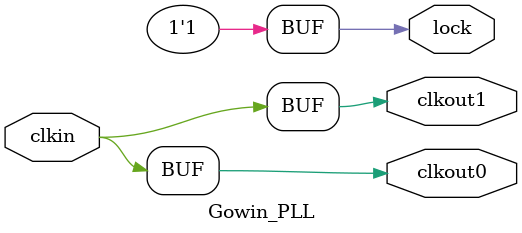
<source format=v>
module Gowin_PLL (
    input  wire clkin,
    output wire clkout0,
    output wire clkout1,
    output wire lock
);

    // Stub implementation
    assign clkout0 = clkin;
    assign clkout1 = clkin;
    assign lock = 1'b1;

endmodule 
</source>
